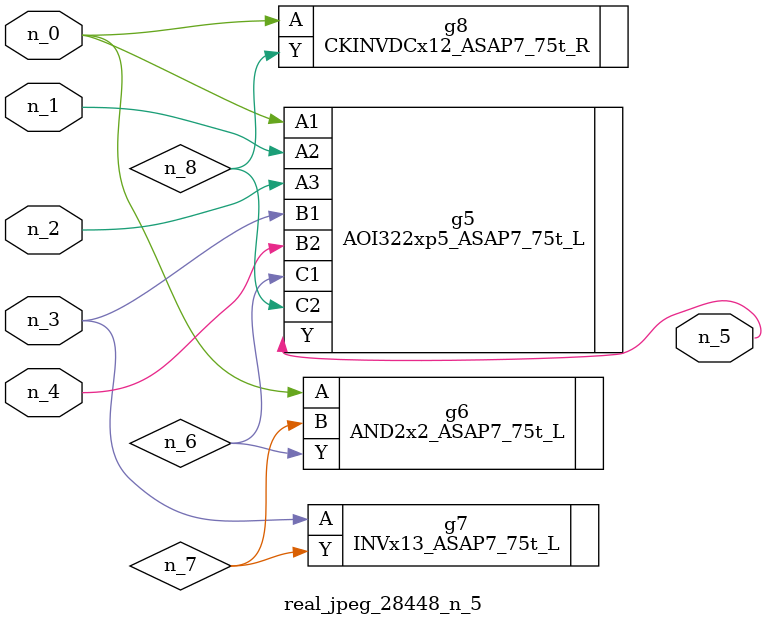
<source format=v>
module real_jpeg_28448_n_5 (n_4, n_0, n_1, n_2, n_3, n_5);

input n_4;
input n_0;
input n_1;
input n_2;
input n_3;

output n_5;

wire n_8;
wire n_6;
wire n_7;

AOI322xp5_ASAP7_75t_L g5 ( 
.A1(n_0),
.A2(n_1),
.A3(n_2),
.B1(n_3),
.B2(n_4),
.C1(n_6),
.C2(n_8),
.Y(n_5)
);

AND2x2_ASAP7_75t_L g6 ( 
.A(n_0),
.B(n_7),
.Y(n_6)
);

CKINVDCx12_ASAP7_75t_R g8 ( 
.A(n_0),
.Y(n_8)
);

INVx13_ASAP7_75t_L g7 ( 
.A(n_3),
.Y(n_7)
);


endmodule
</source>
